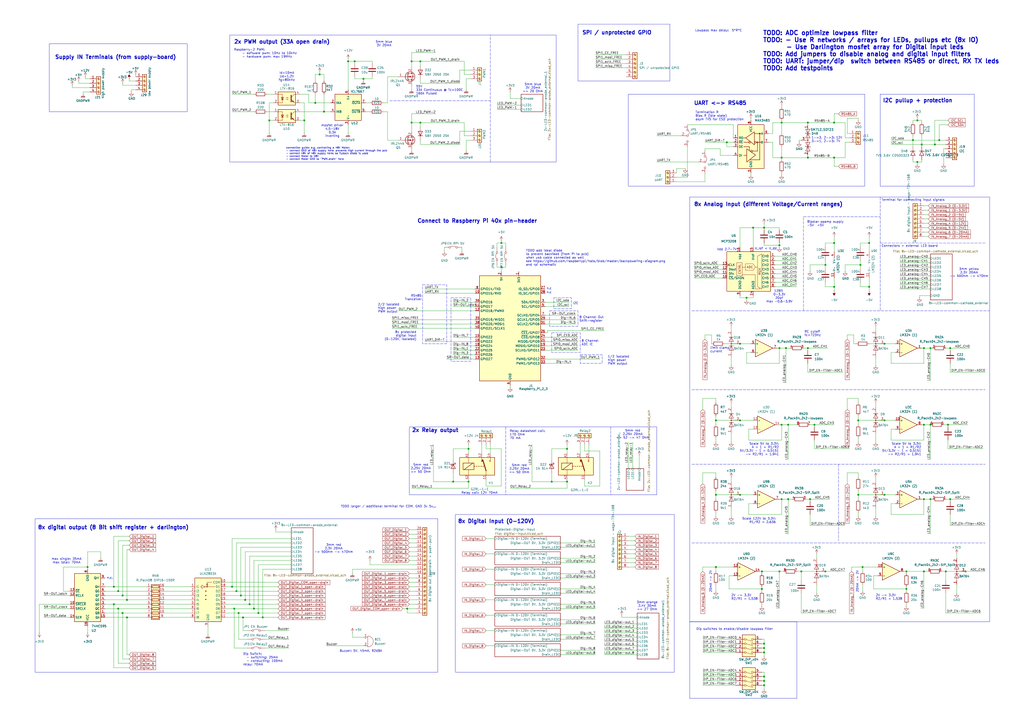
<source format=kicad_sch>
(kicad_sch
	(version 20231120)
	(generator "eeschema")
	(generator_version "8.0")
	(uuid "af4d11a6-73e1-4c39-a25e-5fe7dfa07237")
	(paper "A2")
	
	(junction
		(at 139.7 345.44)
		(diameter 0)
		(color 0 0 0 0)
		(uuid "01a8e618-7e14-4882-9136-a12536116a47")
	)
	(junction
		(at 236.22 353.06)
		(diameter 0)
		(color 0 0 0 0)
		(uuid "01c225b5-cd2c-42cd-9a9e-dd1eb69e7a46")
	)
	(junction
		(at 135.89 353.06)
		(diameter 0)
		(color 0 0 0 0)
		(uuid "05eca1c0-0042-44d8-82a8-b1f48175c33d")
	)
	(junction
		(at 483.87 91.44)
		(diameter 0)
		(color 0 0 0 0)
		(uuid "06f335d7-63de-4572-a20a-022b6c7f93c9")
	)
	(junction
		(at 542.29 83.82)
		(diameter 0)
		(color 0 0 0 0)
		(uuid "072c8fc6-89d0-4715-8ea4-dd9134761f17")
	)
	(junction
		(at 529.59 81.28)
		(diameter 0)
		(color 0 0 0 0)
		(uuid "07823899-5798-4592-8eff-8b1fe5858f30")
	)
	(junction
		(at 182.88 59.69)
		(diameter 0)
		(color 0 0 0 0)
		(uuid "0eedc99b-ff42-4961-8286-6066dee5c8fe")
	)
	(junction
		(at 504.19 140.97)
		(diameter 0)
		(color 0 0 0 0)
		(uuid "0f3fa599-affa-44c6-8b85-24ce12db14ea")
	)
	(junction
		(at 66.04 340.36)
		(diameter 0)
		(color 0 0 0 0)
		(uuid "10026633-9ac7-4b72-aa53-10151f42da81")
	)
	(junction
		(at 176.53 69.85)
		(diameter 0)
		(color 0 0 0 0)
		(uuid "11580b8b-6675-41d3-b33d-e1ed958eda93")
	)
	(junction
		(at 152.4 358.14)
		(diameter 0)
		(color 0 0 0 0)
		(uuid "119c3b35-4b9f-4318-9220-02559deba15e")
	)
	(junction
		(at 185.42 43.18)
		(diameter 0)
		(color 0 0 0 0)
		(uuid "14ee932b-b4bf-415b-ab21-01e0b930417b")
	)
	(junction
		(at 513.08 243.84)
		(diameter 0)
		(color 0 0 0 0)
		(uuid "14fcd33f-6a27-4b5c-bd8a-16602ae94ce3")
	)
	(junction
		(at 468.63 71.12)
		(diameter 0)
		(color 0 0 0 0)
		(uuid "1827b75e-5515-4844-a399-117e6918fd73")
	)
	(junction
		(at 532.13 93.98)
		(diameter 0)
		(color 0 0 0 0)
		(uuid "1c476741-4a7f-44e7-a84a-5b0fc50d1df8")
	)
	(junction
		(at 483.87 166.37)
		(diameter 0)
		(color 0 0 0 0)
		(uuid "1f83392c-f6f4-4c47-92c7-6541609902a5")
	)
	(junction
		(at 504.19 166.37)
		(diameter 0)
		(color 0 0 0 0)
		(uuid "1ff1815a-ddb0-4907-bed1-18b8fe5665e3")
	)
	(junction
		(at 457.2 246.38)
		(diameter 0)
		(color 0 0 0 0)
		(uuid "209182a8-b4b9-40cd-b5b2-bd90b860e927")
	)
	(junction
		(at 271.78 260.35)
		(diameter 0)
		(color 0 0 0 0)
		(uuid "213f96fc-26d9-4cf1-83bd-f4336ef00b81")
	)
	(junction
		(at 320.04 279.4)
		(diameter 0)
		(color 0 0 0 0)
		(uuid "236f3f4e-76e9-4351-baf1-7665cdb427aa")
	)
	(junction
		(at 144.78 350.52)
		(diameter 0)
		(color 0 0 0 0)
		(uuid "24719f92-8210-4aa7-b4fb-885fcf560860")
	)
	(junction
		(at 238.76 35.56)
		(diameter 0)
		(color 0 0 0 0)
		(uuid "2a544a35-89e9-4403-a76e-deca404b0df4")
	)
	(junction
		(at 453.39 71.12)
		(diameter 0)
		(color 0 0 0 0)
		(uuid "2d47b40e-d23f-458b-8bda-f40f4a63d16c")
	)
	(junction
		(at 457.2 289.56)
		(diameter 0)
		(color 0 0 0 0)
		(uuid "2ec783c1-8b84-46a4-83e0-9e6bdd9d83e1")
	)
	(junction
		(at 415.29 287.02)
		(diameter 0)
		(color 0 0 0 0)
		(uuid "2f3e2706-66a2-4ddc-84d7-d0f87e408bee")
	)
	(junction
		(at 429.26 199.39)
		(diameter 0)
		(color 0 0 0 0)
		(uuid "322a1d28-d972-4b68-a81b-9e541f249074")
	)
	(junction
		(at 535.94 246.38)
		(diameter 0)
		(color 0 0 0 0)
		(uuid "3ae78f7f-94a6-4485-a6b5-d7ce73e1abef")
	)
	(junction
		(at 513.08 199.39)
		(diameter 0)
		(color 0 0 0 0)
		(uuid "3b4b0fd5-c991-4a1b-b89c-c6b2bfe001ca")
	)
	(junction
		(at 50.8 328.93)
		(diameter 0)
		(color 0 0 0 0)
		(uuid "3c754c5e-b249-46c4-9d05-9f550316aca5")
	)
	(junction
		(at 290.83 154.94)
		(diameter 0)
		(color 0 0 0 0)
		(uuid "401df33a-bfc8-4102-a832-13b9d72f27f9")
	)
	(junction
		(at 443.23 132.08)
		(diameter 0)
		(color 0 0 0 0)
		(uuid "42f8f2a2-d4f1-4f85-a7f3-af76fd15f334")
	)
	(junction
		(at 535.94 201.93)
		(diameter 0)
		(color 0 0 0 0)
		(uuid "4c28afa4-cb18-4457-bfd3-5c53dabd8baa")
	)
	(junction
		(at 66.04 350.52)
		(diameter 0)
		(color 0 0 0 0)
		(uuid "4dd49bce-72c0-4885-aaa1-4fc2ceee5ed9")
	)
	(junction
		(at 433.07 172.72)
		(diameter 0)
		(color 0 0 0 0)
		(uuid "4e57230f-aabe-47d0-b863-f2adc3d1ffe4")
	)
	(junction
		(at 551.18 289.56)
		(diameter 0)
		(color 0 0 0 0)
		(uuid "5350fbf4-d95b-437a-9686-20f0bf58d3a4")
	)
	(junction
		(at 534.67 83.82)
		(diameter 0)
		(color 0 0 0 0)
		(uuid "53d66afe-70cb-456e-9b1b-03e37a30427c")
	)
	(junction
		(at 535.94 289.56)
		(diameter 0)
		(color 0 0 0 0)
		(uuid "5453c15f-3da7-498f-b4d4-eefd4a32800e")
	)
	(junction
		(at 478.79 153.67)
		(diameter 0)
		(color 0 0 0 0)
		(uuid "55a82554-799d-4bb3-8181-718182c3900f")
	)
	(junction
		(at 497.84 243.84)
		(diameter 0)
		(color 0 0 0 0)
		(uuid "57a339c8-b411-45ff-a169-a3416d23d890")
	)
	(junction
		(at 328.93 279.4)
		(diameter 0)
		(color 0 0 0 0)
		(uuid "58641e9a-dfea-4a17-a599-d3f20704b922")
	)
	(junction
		(at 535.94 331.47)
		(diameter 0)
		(color 0 0 0 0)
		(uuid "5ebeab69-b597-43d2-ab3a-c72fec21131d")
	)
	(junction
		(at 500.38 328.93)
		(diameter 0)
		(color 0 0 0 0)
		(uuid "5fbe9979-8f7b-4932-9184-a4d03c15d4fe")
	)
	(junction
		(at 472.44 246.38)
		(diameter 0)
		(color 0 0 0 0)
		(uuid "5fd46808-879e-44b8-af18-96d3e87ab16f")
	)
	(junction
		(at 532.13 69.85)
		(diameter 0)
		(color 0 0 0 0)
		(uuid "60649139-4bdd-472e-9af5-360b27505cfe")
	)
	(junction
		(at 525.78 331.47)
		(diameter 0)
		(color 0 0 0 0)
		(uuid "67352b46-f9e5-4f25-b773-3d42ff5e5699")
	)
	(junction
		(at 415.29 328.93)
		(diameter 0)
		(color 0 0 0 0)
		(uuid "6e2b59ba-643e-42d5-abe7-fae3afd30e18")
	)
	(junction
		(at 201.93 35.56)
		(diameter 0)
		(color 0 0 0 0)
		(uuid "6f8dae14-e5bb-4ed3-8136-992dd6b276bb")
	)
	(junction
		(at 436.88 132.08)
		(diameter 0)
		(color 0 0 0 0)
		(uuid "71c80c36-cea0-487c-bcb3-ac90e6cf6909")
	)
	(junction
		(at 497.84 287.02)
		(diameter 0)
		(color 0 0 0 0)
		(uuid "72cd6455-fb65-4b52-8421-80100f0ddc8f")
	)
	(junction
		(at 68.58 342.9)
		(diameter 0)
		(color 0 0 0 0)
		(uuid "751fb691-f4d4-4afb-8c99-237d44216e6a")
	)
	(junction
		(at 142.24 347.98)
		(diameter 0)
		(color 0 0 0 0)
		(uuid "75331210-328d-4b01-a051-ab734c1e4329")
	)
	(junction
		(at 452.12 142.24)
		(diameter 0)
		(color 0 0 0 0)
		(uuid "7b6a19d9-d84c-4ace-9ad2-e52657e5669a")
	)
	(junction
		(at 539.75 201.93)
		(diameter 0)
		(color 0 0 0 0)
		(uuid "7c4690e7-c7bf-4226-a178-dc9e53dc51ed")
	)
	(junction
		(at 441.96 331.47)
		(diameter 0)
		(color 0 0 0 0)
		(uuid "7eee6ae0-e862-4cf5-a20a-077da3b5824a")
	)
	(junction
		(at 468.63 201.93)
		(diameter 0)
		(color 0 0 0 0)
		(uuid "85be4b5b-1dd3-4429-a51f-714f415e4cb3")
	)
	(junction
		(at 513.08 287.02)
		(diameter 0)
		(color 0 0 0 0)
		(uuid "86f80d78-9680-4044-9ea8-382a544e1180")
	)
	(junction
		(at 421.64 82.55)
		(diameter 0)
		(color 0 0 0 0)
		(uuid "8ba0df70-00b9-477d-a1d9-09e132e0196c")
	)
	(junction
		(at 499.11 153.67)
		(diameter 0)
		(color 0 0 0 0)
		(uuid "8e2b91a7-a806-46dd-8017-558f66a7d5aa")
	)
	(junction
		(at 205.74 35.56)
		(diameter 0)
		(color 0 0 0 0)
		(uuid "900094c6-ad82-42ce-b9e4-bbff1fbd4f7d")
	)
	(junction
		(at 539.75 246.38)
		(diameter 0)
		(color 0 0 0 0)
		(uuid "9857da2e-fa86-4979-a30f-81191067da5a")
	)
	(junction
		(at 443.23 373.38)
		(diameter 0)
		(color 0 0 0 0)
		(uuid "98c11e17-da75-489b-919d-abd5b90d75d6")
	)
	(junction
		(at 443.23 397.51)
		(diameter 0)
		(color 0 0 0 0)
		(uuid "9905ae76-43d5-46fd-ab04-63b3bd0b1c1a")
	)
	(junction
		(at 525.78 341.63)
		(diameter 0)
		(color 0 0 0 0)
		(uuid "9f9cd4a1-53b7-4b90-939d-1f42f0144daf")
	)
	(junction
		(at 71.12 345.44)
		(diameter 0)
		(color 0 0 0 0)
		(uuid "a02a0c35-7237-4690-930d-ae7d81a03d46")
	)
	(junction
		(at 429.26 287.02)
		(diameter 0)
		(color 0 0 0 0)
		(uuid "a0fb1850-0f46-4c36-b798-547b535c42df")
	)
	(junction
		(at 156.21 69.85)
		(diameter 0)
		(color 0 0 0 0)
		(uuid "a156600e-b17b-40ee-9338-2875dd6af119")
	)
	(junction
		(at 443.23 378.46)
		(diameter 0)
		(color 0 0 0 0)
		(uuid "a2aaf358-b70a-40ed-8891-c2b838783341")
	)
	(junction
		(at 539.75 289.56)
		(diameter 0)
		(color 0 0 0 0)
		(uuid "a647ae42-673a-4b30-ba91-f5c0de2d1fb1")
	)
	(junction
		(at 415.29 243.84)
		(diameter 0)
		(color 0 0 0 0)
		(uuid "a8916f2a-3760-4408-a711-e8008e50a42d")
	)
	(junction
		(at 469.9 289.56)
		(diameter 0)
		(color 0 0 0 0)
		(uuid "a8b20a5e-2fbe-4704-8e22-2faf27846df8")
	)
	(junction
		(at 549.91 246.38)
		(diameter 0)
		(color 0 0 0 0)
		(uuid "aad29792-d123-4844-9da8-1df2be24a9d5")
	)
	(junction
		(at 262.89 279.4)
		(diameter 0)
		(color 0 0 0 0)
		(uuid "ac1970be-fc9a-493a-b832-4f526b5d8a6f")
	)
	(junction
		(at 544.83 81.28)
		(diameter 0)
		(color 0 0 0 0)
		(uuid "ac4ac232-9a0f-4efe-bd40-aa7c1fcbaeed")
	)
	(junction
		(at 140.97 358.14)
		(diameter 0)
		(color 0 0 0 0)
		(uuid "b03b65c9-d63a-4b4e-b4bc-bfd5bb85047b")
	)
	(junction
		(at 137.16 342.9)
		(diameter 0)
		(color 0 0 0 0)
		(uuid "b2e04b3a-0203-4e9b-b5fb-44711c9651f5")
	)
	(junction
		(at 210.82 45.72)
		(diameter 0)
		(color 0 0 0 0)
		(uuid "b650fb0f-f91e-4bab-945c-20253961cf93")
	)
	(junction
		(at 483.87 71.12)
		(diameter 0)
		(color 0 0 0 0)
		(uuid "b75f83a7-ff43-422c-8aef-b23c65dc9f58")
	)
	(junction
		(at 429.26 243.84)
		(diameter 0)
		(color 0 0 0 0)
		(uuid "b8cbbf2c-6947-4c47-a76a-df98369a49e2")
	)
	(junction
		(at 441.96 341.63)
		(diameter 0)
		(color 0 0 0 0)
		(uuid "bc0e8895-a168-4b32-a3ae-032222041331")
	)
	(junction
		(at 290.83 140.97)
		(diameter 0)
		(color 0 0 0 0)
		(uuid "c141ea30-0a7b-45f8-a452-2c0244bcf9aa")
	)
	(junction
		(at 328.93 260.35)
		(diameter 0)
		(color 0 0 0 0)
		(uuid "c25e2208-2d4a-4a5d-b1b6-520bc7405c20")
	)
	(junction
		(at 71.12 355.6)
		(diameter 0)
		(color 0 0 0 0)
		(uuid "c2a7d60c-8406-4629-9f9f-20facc991908")
	)
	(junction
		(at 238.76 71.12)
		(diameter 0)
		(color 0 0 0 0)
		(uuid "c583ebaa-dbb1-42bf-9503-cd46d9d9c934")
	)
	(junction
		(at 464.82 331.47)
		(diameter 0)
		(color 0 0 0 0)
		(uuid "c6fd9455-a40f-495c-b522-dad68ccccb40")
	)
	(junction
		(at 68.58 353.06)
		(diameter 0)
		(color 0 0 0 0)
		(uuid "c7252f51-5593-44ea-9ef0-15644cb2b836")
	)
	(junction
		(at 478.79 331.47)
		(diameter 0)
		(color 0 0 0 0)
		(uuid "c7d2abe6-56ee-45d0-91ba-2bdad49697be")
	)
	(junction
		(at 551.18 201.93)
		(diameter 0)
		(color 0 0 0 0)
		(uuid "c9a1a788-271b-4313-91ac-1eb41a1be2d1")
	)
	(junction
		(at 73.66 347.98)
		(diameter 0)
		(color 0 0 0 0)
		(uuid "ca97fd06-a20b-4255-9402-c6f0775648c9")
	)
	(junction
		(at 560.07 331.47)
		(diameter 0)
		(color 0 0 0 0)
		(uuid "cb011434-a4b0-4556-a812-d331c49ca2c1")
	)
	(junction
		(at 149.86 355.6)
		(diameter 0)
		(color 0 0 0 0)
		(uuid "cdb7cae5-fc07-4bbc-8ee6-837fb3913bf1")
	)
	(junction
		(at 452.12 331.47)
		(diameter 0)
		(color 0 0 0 0)
		(uuid "d3002e4b-d3e1-40cc-9b8a-5d2c7334c6dd")
	)
	(junction
		(at 443.23 394.97)
		(diameter 0)
		(color 0 0 0 0)
		(uuid "d3c25f2f-519c-4e8a-bf2d-451e91de8263")
	)
	(junction
		(at 455.93 201.93)
		(diameter 0)
		(color 0 0 0 0)
		(uuid "d5958f52-db39-4d96-9f5c-46cc0e0a9c13")
	)
	(junction
		(at 468.63 91.44)
		(diameter 0)
		(color 0 0 0 0)
		(uuid "d5f0980c-b894-41c8-ad9a-99d84da95533")
	)
	(junction
		(at 243.84 71.12)
		(diameter 0)
		(color 0 0 0 0)
		(uuid "d7f6abff-a394-48b0-8295-d13e407a04cb")
	)
	(junction
		(at 483.87 140.97)
		(diameter 0)
		(color 0 0 0 0)
		(uuid "d8d7fb1f-bb4d-4c93-8aa7-905c20aefd85")
	)
	(junction
		(at 548.64 331.47)
		(diameter 0)
		(color 0 0 0 0)
		(uuid "dd672ca4-9aed-4510-a18a-eaf4c4b1b5b2")
	)
	(junction
		(at 443.23 392.43)
		(diameter 0)
		(color 0 0 0 0)
		(uuid "df62cb63-19fa-46f2-9a5a-93a304b5a69d")
	)
	(junction
		(at 453.39 246.38)
		(diameter 0)
		(color 0 0 0 0)
		(uuid "e06e2f01-d838-48f6-8efa-7e05b926ca29")
	)
	(junction
		(at 271.78 279.4)
		(diameter 0)
		(color 0 0 0 0)
		(uuid "e0fcc60c-adef-4503-b67d-31eec596d694")
	)
	(junction
		(at 147.32 353.06)
		(diameter 0)
		(color 0 0 0 0)
		(uuid "e3108376-7dad-4cc8-8861-63d384004879")
	)
	(junction
		(at 187.96 64.77)
		(diameter 0)
		(color 0 0 0 0)
		(uuid "e5b099e1-f557-4448-b3d0-b283fc211558")
	)
	(junction
		(at 134.62 340.36)
		(diameter 0)
		(color 0 0 0 0)
		(uuid "e5bd5461-5bb2-4b08-87c8-6e463ef8db0a")
	)
	(junction
		(at 243.84 35.56)
		(diameter 0)
		(color 0 0 0 0)
		(uuid "e8615103-e90c-4f75-b440-b8fad443ff1e")
	)
	(junction
		(at 453.39 91.44)
		(diameter 0)
		(color 0 0 0 0)
		(uuid "ed02a82a-9a4c-446b-b18a-c2e77fed11fa")
	)
	(junction
		(at 453.39 289.56)
		(diameter 0)
		(color 0 0 0 0)
		(uuid "ef6c709f-f6a8-4332-b336-2fc745163133")
	)
	(junction
		(at 443.23 375.92)
		(diameter 0)
		(color 0 0 0 0)
		(uuid "f4dadaf2-7795-4ea6-a683-80336635a387")
	)
	(junction
		(at 138.43 355.6)
		(diameter 0)
		(color 0 0 0 0)
		(uuid "fae7fc45-5150-4de6-9de8-a36ec31aa312")
	)
	(junction
		(at 452.12 201.93)
		(diameter 0)
		(color 0 0 0 0)
		(uuid "fbce1fdb-db5b-4f19-bbb5-0a9c27bcbc89")
	)
	(junction
		(at 73.66 358.14)
		(diameter 0)
		(color 0 0 0 0)
		(uuid "fcfc1728-3653-4623-b7b5-a4e4cd6811ba")
	)
	(wire
		(pts
			(xy 452.12 140.97) (xy 452.12 142.24)
		)
		(stroke
			(width 0)
			(type default)
		)
		(uuid "0054231e-6c1c-4b62-a261-da803b448710")
	)
	(wire
		(pts
			(xy 350.52 364.49) (xy 369.57 364.49)
		)
		(stroke
			(width 0)
			(type default)
		)
		(uuid "0059a5bd-5d4e-41f1-b8bf-105e91bea211")
	)
	(wire
		(pts
			(xy 492.76 260.35) (xy 472.44 260.35)
		)
		(stroke
			(width 0)
			(type default)
		)
		(uuid "007352d0-4393-4d19-8efc-d51e28cb77e4")
	)
	(wire
		(pts
			(xy 237.49 320.04) (xy 241.3 320.04)
		)
		(stroke
			(width 0)
			(type default)
		)
		(uuid "00818073-0ff6-4df9-84ad-d009831f149e")
	)
	(wire
		(pts
			(xy 173.99 64.77) (xy 187.96 64.77)
		)
		(stroke
			(width 0)
			(type default)
		)
		(uuid "00912cef-7458-4250-9601-851325c17234")
	)
	(wire
		(pts
			(xy 173.99 54.61) (xy 179.07 54.61)
		)
		(stroke
			(width 0)
			(type default)
		)
		(uuid "00e44004-c513-4de5-a722-c1ec9c261caa")
	)
	(wire
		(pts
			(xy 415.29 339.09) (xy 415.29 342.9)
		)
		(stroke
			(width 0)
			(type default)
		)
		(uuid "00ef2f56-37bd-4ed0-aeb9-aa019bd24e2f")
	)
	(wire
		(pts
			(xy 138.43 370.84) (xy 138.43 355.6)
		)
		(stroke
			(width 0)
			(type default)
		)
		(uuid "00fdba94-28e0-4b7e-a3f6-8468a273182f")
	)
	(wire
		(pts
			(xy 549.91 246.38) (xy 549.91 247.65)
		)
		(stroke
			(width 0)
			(type default)
		)
		(uuid "01a5f7f5-381b-4726-8886-b420b25ccedd")
	)
	(wire
		(pts
			(xy 130.81 353.06) (xy 135.89 353.06)
		)
		(stroke
			(width 0)
			(type default)
		)
		(uuid "01f70877-5d35-4473-8154-b32633fb4439")
	)
	(wire
		(pts
			(xy 201.93 35.56) (xy 205.74 35.56)
		)
		(stroke
			(width 0)
			(type default)
		)
		(uuid "02432959-10b0-4f2a-af2d-7311d5fec00d")
	)
	(wire
		(pts
			(xy 345.44 317.5) (xy 325.12 317.5)
		)
		(stroke
			(width 0)
			(type default)
		)
		(uuid "025ad35c-64b0-47a8-a900-f118fd03ec35")
	)
	(wire
		(pts
			(xy 288.29 154.94) (xy 290.83 154.94)
		)
		(stroke
			(width 0)
			(type default)
		)
		(uuid "02629f80-2850-40af-b117-d301cbd2e1ca")
	)
	(wire
		(pts
			(xy 533.4 171.45) (xy 539.75 171.45)
		)
		(stroke
			(width 0)
			(type default)
		)
		(uuid "02ca2bcb-dc3d-41b8-b3bb-d6980a38a62d")
	)
	(wire
		(pts
			(xy 50.8 330.2) (xy 50.8 328.93)
		)
		(stroke
			(width 0)
			(type default)
		)
		(uuid "02caf3da-4dfe-464a-bed0-55c975aa32ca")
	)
	(wire
		(pts
			(xy 483.87 137.16) (xy 483.87 140.97)
		)
		(stroke
			(width 0)
			(type default)
		)
		(uuid "02dea10a-f229-486d-876a-a071096eeead")
	)
	(wire
		(pts
			(xy 262.89 195.58) (xy 275.59 195.58)
		)
		(stroke
			(width 0)
			(type default)
		)
		(uuid "02f927d2-46f0-4067-bb2c-7b5ed625f8eb")
	)
	(wire
		(pts
			(xy 269.24 71.12) (xy 269.24 78.74)
		)
		(stroke
			(width 0)
			(type default)
		)
		(uuid "030da04f-bb6a-49d5-a07a-b1ac13ef0d2c")
	)
	(wire
		(pts
			(xy 513.08 287.02) (xy 519.43 287.02)
		)
		(stroke
			(width 0)
			(type default)
		)
		(uuid "0402a363-6ddc-4245-b79d-651ce5e2b849")
	)
	(wire
		(pts
			(xy 453.39 246.38) (xy 457.2 246.38)
		)
		(stroke
			(width 0)
			(type default)
		)
		(uuid "04304b2e-0c68-4a14-bbe0-0e23cac30e94")
	)
	(wire
		(pts
			(xy 288.29 63.5) (xy 302.26 63.5)
		)
		(stroke
			(width 0)
			(type default)
		)
		(uuid "0441f777-da59-4d51-9ce1-7f52d2030a3b")
	)
	(wire
		(pts
			(xy 529.59 71.12) (xy 529.59 69.85)
		)
		(stroke
			(width 0)
			(type default)
		)
		(uuid "0445f1c5-cbd7-41f2-81d5-6122602375c6")
	)
	(wire
		(pts
			(xy 560.07 331.47) (xy 571.5 331.47)
		)
		(stroke
			(width 0)
			(type default)
		)
		(uuid "044788d0-021d-486d-a9d3-fdae59027b7a")
	)
	(polyline
		(pts
			(xy 226.06 58.42) (xy 284.48 58.42)
		)
		(stroke
			(width 0)
			(type dash)
		)
		(uuid "0562829c-78ed-418e-bf83-3ad41711062d")
	)
	(wire
		(pts
			(xy 290.83 260.35) (xy 290.83 281.94)
		)
		(stroke
			(width 0)
			(type default)
		)
		(uuid "05769be8-6486-49a6-96aa-282d535c7d39")
	)
	(wire
		(pts
			(xy 429.26 143.51) (xy 429.26 132.08)
		)
		(stroke
			(width 0)
			(type default)
		)
		(uuid "05c7cccb-cca5-4623-97c8-040d9b4df307")
	)
	(wire
		(pts
			(xy 66.04 340.36) (xy 85.09 340.36)
		)
		(stroke
			(width 0)
			(type default)
		)
		(uuid "060a1e46-185f-46d5-bb25-4b502bfab042")
	)
	(wire
		(pts
			(xy 449.58 148.59) (xy 462.28 148.59)
		)
		(stroke
			(width 0)
			(type default)
		)
		(uuid "068083fa-fce7-43b5-8463-4f98840e7a26")
	)
	(wire
		(pts
			(xy 290.83 281.94) (xy 281.94 281.94)
		)
		(stroke
			(width 0)
			(type default)
		)
		(uuid "06a1b25e-5913-4cbd-a6dc-df54f02c3062")
	)
	(wire
		(pts
			(xy 316.23 182.88) (xy 334.01 182.88)
		)
		(stroke
			(width 0)
			(type default)
		)
		(uuid "06d6f191-9971-474b-b097-e0a1a133101e")
	)
	(wire
		(pts
			(xy 74.93 313.69) (xy 68.58 313.69)
		)
		(stroke
			(width 0)
			(type default)
		)
		(uuid "0768423a-ac1c-4f99-9532-7ef87789f549")
	)
	(wire
		(pts
			(xy 95.25 342.9) (xy 110.49 342.9)
		)
		(stroke
			(width 0)
			(type default)
		)
		(uuid "07df2798-ce49-4d2e-88d1-304e7370129e")
	)
	(wire
		(pts
			(xy 508 276.86) (xy 508 279.4)
		)
		(stroke
			(width 0)
			(type default)
		)
		(uuid "086ffce1-bece-47de-afff-a5272daa684c")
	)
	(wire
		(pts
			(xy 539.75 289.56) (xy 541.02 289.56)
		)
		(stroke
			(width 0)
			(type default)
		)
		(uuid "08d4afc6-7a52-4c48-90ea-de03339f3fec")
	)
	(wire
		(pts
			(xy 434.34 292.1) (xy 434.34 298.45)
		)
		(stroke
			(width 0)
			(type default)
		)
		(uuid "08da2754-5954-4cc6-88b7-c43418808a5f")
	)
	(wire
		(pts
			(xy 237.49 332.74) (xy 241.3 332.74)
		)
		(stroke
			(width 0)
			(type default)
		)
		(uuid "09105bff-0442-453e-b260-c98527da345d")
	)
	(wire
		(pts
			(xy 449.58 151.13) (xy 462.28 151.13)
		)
		(stroke
			(width 0)
			(type default)
		)
		(uuid "0932f8bf-1781-41f0-8075-3b7e84ddb5c7")
	)
	(wire
		(pts
			(xy 176.53 69.85) (xy 176.53 59.69)
		)
		(stroke
			(width 0)
			(type default)
		)
		(uuid "09c9e21f-8206-47ae-a9c8-c044bfbcae4a")
	)
	(wire
		(pts
			(xy 497.84 284.48) (xy 497.84 287.02)
		)
		(stroke
			(width 0)
			(type default)
		)
		(uuid "09d9a41a-af3c-4a91-ad4d-2c3b79cf9ec7")
	)
	(wire
		(pts
			(xy 50.8 367.03) (xy 50.8 363.22)
		)
		(stroke
			(width 0)
			(type default)
		)
		(uuid "0a051774-4cbb-4b66-bf37-8910fac947bb")
	)
	(wire
		(pts
			(xy 60.96 358.14) (xy 73.66 358.14)
		)
		(stroke
			(width 0)
			(type default)
		)
		(uuid "0aa33d96-2e44-4442-b63d-f8ede3d506ac")
	)
	(wire
		(pts
			(xy 491.49 68.58) (xy 491.49 77.47)
		)
		(stroke
			(width 0)
			(type default)
		)
		(uuid "0ac0da6d-7a79-4bb6-aac5-dbd7e02f6a35")
	)
	(wire
		(pts
			(xy 269.24 78.74) (xy 273.05 78.74)
		)
		(stroke
			(width 0)
			(type default)
		)
		(uuid "0af3e3f5-4871-4f0a-9b10-f4cd810203b5")
	)
	(wire
		(pts
			(xy 415.29 274.32) (xy 415.29 276.86)
		)
		(stroke
			(width 0)
			(type default)
		)
		(uuid "0b798a4e-ae38-46ca-9967-253a2656e0f1")
	)
	(wire
		(pts
			(xy 68.58 384.81) (xy 68.58 353.06)
		)
		(stroke
			(width 0)
			(type default)
		)
		(uuid "0d64bcbd-9b4c-4f6e-98d3-beab5b2606b6")
	)
	(wire
		(pts
			(xy 441.96 375.92) (xy 443.23 375.92)
		)
		(stroke
			(width 0)
			(type default)
		)
		(uuid "0ee3f252-7bb8-434b-aa8b-9caf2c52cf77")
	)
	(wire
		(pts
			(xy 497.84 243.84) (xy 497.84 246.38)
		)
		(stroke
			(width 0)
			(type default)
		)
		(uuid "0f4644b6-fa54-41ce-a769-bba1ac182829")
	)
	(wire
		(pts
			(xy 435.61 68.58) (xy 435.61 69.85)
		)
		(stroke
			(width 0)
			(type default)
		)
		(uuid "0fdad08b-4b60-4f92-976c-2a5e922013e0")
	)
	(wire
		(pts
			(xy 251.46 257.81) (xy 251.46 279.4)
		)
		(stroke
			(width 0)
			(type default)
		)
		(uuid "0fdb76a1-0d44-4ff6-a2d2-38a97251b0ec")
	)
	(wire
		(pts
			(xy 469.9 298.45) (xy 469.9 304.8)
		)
		(stroke
			(width 0)
			(type default)
		)
		(uuid "100c3ed1-15ce-439f-b56e-a20a33137ade")
	)
	(wire
		(pts
			(xy 491.49 274.32) (xy 497.84 274.32)
		)
		(stroke
			(width 0)
			(type default)
		)
		(uuid "10a6a44e-d783-4ce2-86b8-20bd8032d780")
	)
	(wire
		(pts
			(xy 262.89 203.2) (xy 275.59 203.2)
		)
		(stroke
			(width 0)
			(type default)
		)
		(uuid "10a757e5-89b9-4989-b591-35fa1e44e30a")
	)
	(wire
		(pts
			(xy 535.94 255.27) (xy 535.94 246.38)
		)
		(stroke
			(width 0)
			(type default)
		)
		(uuid "1103b789-e8a0-437b-b861-57f3bb0fe1fd")
	)
	(wire
		(pts
			(xy 316.23 185.42) (xy 334.01 185.42)
		)
		(stroke
			(width 0)
			(type default)
		)
		(uuid "119c66a0-9194-4112-8a35-c7ab420db9e3")
	)
	(wire
		(pts
			(xy 243.84 71.12) (xy 243.84 73.66)
		)
		(stroke
			(width 0)
			(type default)
		)
		(uuid "11c359c3-26fe-4117-8dcc-0f087608c0a4")
	)
	(wire
		(pts
			(xy 529.59 93.98) (xy 532.13 93.98)
		)
		(stroke
			(width 0)
			(type default)
		)
		(uuid "120cdc1a-687e-4eba-afd7-f1b2efe76e94")
	)
	(wire
		(pts
			(xy 368.3 326.39) (xy 364.49 326.39)
		)
		(stroke
			(width 0)
			(type default)
		)
		(uuid "1238accc-b1f4-495d-9555-1773ffdde48b")
	)
	(wire
		(pts
			(xy 407.67 231.14) (xy 415.29 231.14)
		)
		(stroke
			(width 0)
			(type default)
		)
		(uuid "1257bc49-635e-40d2-adbc-efdb0b93d729")
	)
	(wire
		(pts
			(xy 214.63 325.12) (xy 214.63 327.66)
		)
		(stroke
			(width 0)
			(type default)
		)
		(uuid "128be43b-7a70-49a5-988a-1e04db604812")
	)
	(wire
		(pts
			(xy 25.4 358.14) (xy 40.64 358.14)
		)
		(stroke
			(width 0)
			(type default)
		)
		(uuid "12a983d3-1186-4ca8-a60c-5c45001d78ec")
	)
	(wire
		(pts
			(xy 421.64 82.55) (xy 425.45 82.55)
		)
		(stroke
			(width 0)
			(type default)
		)
		(uuid "12d77e0a-5dcd-4dd0-8d7e-2bd92b3f4f23")
	)
	(wire
		(pts
			(xy 368.3 311.15) (xy 364.49 311.15)
		)
		(stroke
			(width 0)
			(type default)
		)
		(uuid "131e9cc7-fe99-45a7-b73f-6d1a85fbc334")
	)
	(wire
		(pts
			(xy 134.62 54.61) (xy 147.32 54.61)
		)
		(stroke
			(width 0)
			(type default)
		)
		(uuid "13498381-d22d-4321-8dae-bb4e3470f921")
	)
	(wire
		(pts
			(xy 534.67 93.98) (xy 534.67 92.71)
		)
		(stroke
			(width 0)
			(type default)
		)
		(uuid "135d3430-334d-4aef-a7e9-ae49e108ebcb")
	)
	(wire
		(pts
			(xy 443.23 397.51) (xy 443.23 400.05)
		)
		(stroke
			(width 0)
			(type default)
		)
		(uuid "145b0ef9-36fd-4dad-a321-b9924e4bdd47")
	)
	(wire
		(pts
			(xy 443.23 142.24) (xy 452.12 142.24)
		)
		(stroke
			(width 0)
			(type default)
		)
		(uuid "14e2a1f5-5ec8-44d4-8c05-ee4cab2bd0fb")
	)
	(wire
		(pts
			(xy 535.94 132.08) (xy 538.48 132.08)
		)
		(stroke
			(width 0)
			(type default)
		)
		(uuid "14f8bc70-e152-47b8-b5b7-589734aa4ea8")
	)
	(wire
		(pts
			(xy 455.93 201.93) (xy 458.47 201.93)
		)
		(stroke
			(width 0)
			(type default)
		)
		(uuid "15621219-290f-410b-a757-cdd9d2345727")
	)
	(wire
		(pts
			(xy 521.97 154.94) (xy 539.75 154.94)
		)
		(stroke
			(width 0)
			(type default)
		)
		(uuid "15a95d69-ac4a-45ca-b8f6-2b9c3ce3b134")
	)
	(wire
		(pts
			(xy 441.96 331.47) (xy 441.96 332.74)
		)
		(stroke
			(width 0)
			(type default)
		)
		(uuid "1650821f-6f72-4ef4-81aa-36ef4033d5a7")
	)
	(wire
		(pts
			(xy 533.4 171.45) (xy 533.4 172.72)
		)
		(stroke
			(width 0)
			(type default)
		)
		(uuid "17ab037c-9d54-480e-9ede-6b5741f81bf6")
	)
	(wire
		(pts
			(xy 452.12 210.82) (xy 452.12 201.93)
		)
		(stroke
			(width 0)
			(type default)
		)
		(uuid "17bbe78c-8ffb-4b23-9f87-29b2d98865bc")
	)
	(wire
		(pts
			(xy 95.25 353.06) (xy 110.49 353.06)
		)
		(stroke
			(width 0)
			(type default)
		)
		(uuid "17e11a50-385e-432f-900e-6b2e29947238")
	)
	(wire
		(pts
			(xy 429.26 287.02) (xy 436.88 287.02)
		)
		(stroke
			(width 0)
			(type default)
		)
		(uuid "18288614-a31d-42ef-8d12-5035b84b8786")
	)
	(wire
		(pts
			(xy 504.19 166.37) (xy 504.19 168.91)
		)
		(stroke
			(width 0)
			(type default)
		)
		(uuid "1891167f-bd6f-432d-97cc-8252524b20bd")
	)
	(wire
		(pts
			(xy 469.9 157.48) (xy 469.9 153.67)
		)
		(stroke
			(width 0)
			(type default)
		)
		(uuid "18b8ce0d-37b1-47d6-af97-694ae6d71fcc")
	)
	(wire
		(pts
			(xy 231.14 180.34) (xy 275.59 180.34)
		)
		(stroke
			(width 0)
			(type default)
		)
		(uuid "18bd5913-41be-4769-8641-d6823b668dd5")
	)
	(wire
		(pts
			(xy 417.83 90.17) (xy 425.45 90.17)
		)
		(stroke
			(width 0)
			(type default)
		)
		(uuid "18c8362d-d145-4a1a-8e42-fff3de7b5585")
	)
	(wire
		(pts
			(xy 205.74 36.83) (xy 205.74 35.56)
		)
		(stroke
			(width 0)
			(type default)
		)
		(uuid "18dc0aef-b3db-4808-8839-8af1912155b4")
	)
	(wire
		(pts
			(xy 425.45 72.39) (xy 425.45 80.01)
		)
		(stroke
			(width 0)
			(type default)
		)
		(uuid "196e8239-09f4-4868-a2a2-c496e530147a")
	)
	(wire
		(pts
			(xy 455.93 201.93) (xy 455.93 222.25)
		)
		(stroke
			(width 0)
			(type default)
		)
		(uuid "19b51e1c-f57e-4764-b3c0-bb93f31043c2")
	)
	(wire
		(pts
			(xy 436.88 248.92) (xy 434.34 248.92)
		)
		(stroke
			(width 0)
			(type default)
		)
		(uuid "1a9d8fbd-579f-424a-9e77-5087a207aaee")
	)
	(wire
		(pts
			(xy 452.12 246.38) (xy 453.39 246.38)
		)
		(stroke
			(width 0)
			(type default)
		)
		(uuid "1aa8f332-c29d-4eb2-9746-0ba21528bbb1")
	)
	(wire
		(pts
			(xy 548.64 331.47) (xy 560.07 331.47)
		)
		(stroke
			(width 0)
			(type default)
		)
		(uuid "1b61ec39-a1f0-4ae9-998a-52f9c8a37aff")
	)
	(wire
		(pts
			(xy 71.12 345.44) (xy 85.09 345.44)
		)
		(stroke
			(width 0)
			(type default)
		)
		(uuid "1b7db8ef-e462-40ed-856c-eba3332fba95")
	)
	(wire
		(pts
			(xy 130.81 337.82) (xy 161.29 337.82)
		)
		(stroke
			(width 0)
			(type default)
		)
		(uuid "1b94c1e7-6993-4274-96f6-cad4ff032714")
	)
	(wire
		(pts
			(xy 290.83 140.97) (xy 293.37 140.97)
		)
		(stroke
			(width 0)
			(type default)
		)
		(uuid "1bcd03f6-697c-4d8f-a699-3f0c0207f087")
	)
	(wire
		(pts
			(xy 415.29 297.18) (xy 415.29 299.72)
		)
		(stroke
			(width 0)
			(type default)
		)
		(uuid "1cd423c6-1734-4ded-95b9-a2f47a1cdd8c")
	)
	(wire
		(pts
			(xy 251.46 279.4) (xy 262.89 279.4)
		)
		(stroke
			(width 0)
			(type default)
		)
		(uuid "1d3d64b3-6f1d-4f1a-ae88-95cfc9beaf80")
	)
	(wire
		(pts
			(xy 325.12 350.52) (xy 345.44 350.52)
		)
		(stroke
			(width 0)
			(type default)
		)
		(uuid "1d63371b-b18c-4c68-a193-5ab28dd79cb9")
	)
	(wire
		(pts
			(xy 281.94 365.76) (xy 287.02 365.76)
		)
		(stroke
			(width 0)
			(type default)
		)
		(uuid "1d7795af-a4ef-4ce8-83de-15241c71be52")
	)
	(wire
		(pts
			(xy 137.16 314.96) (xy 137.16 342.9)
		)
		(stroke
			(width 0)
			(type default)
		)
		(uuid "1d84ddc9-03e2-4cd3-891d-0bb88a36b9c5")
	)
	(wire
		(pts
			(xy 320.04 279.4) (xy 328.93 279.4)
		)
		(stroke
			(width 0)
			(type default)
		)
		(uuid "1d938c29-453c-4c11-a7b3-24d1eceeb21c")
	)
	(wire
		(pts
			(xy 519.43 292.1) (xy 516.89 292.1)
		)
		(stroke
			(width 0)
			(type default)
		)
		(uuid "1e53379a-7223-42df-9e45-4a73eb6eeb8b")
	)
	(wire
		(pts
			(xy 153.67 375.92) (xy 167.64 375.92)
		)
		(stroke
			(width 0)
			(type default)
		)
		(uuid "1e6708ef-f728-47ee-bfe7-d731bdb78fc0")
	)
	(wire
		(pts
			(xy 425.45 85.09) (xy 421.64 85.09)
		)
		(stroke
			(width 0)
			(type default)
		)
		(uuid "1f2e0a71-74c6-4f5b-8f6e-0928e52c3053")
	)
	(wire
		(pts
			(xy 483.87 140.97) (xy 483.87 146.05)
		)
		(stroke
			(width 0)
			(type default)
		)
		(uuid "1f3964e0-df4e-407d-9cd6-6018573bdbfc")
	)
	(wire
		(pts
			(xy 270.51 87.63) (xy 270.51 81.28)
		)
		(stroke
			(width 0)
			(type default)
		)
		(uuid "1f5eb84e-983f-4bff-b5f2-fd1c10fe8bc9")
	)
	(wire
		(pts
			(xy 288.29 143.51) (xy 288.29 140.97)
		)
		(stroke
			(width 0)
			(type default)
		)
		(uuid "1f804f00-dc93-49fd-bf4b-a41baf5edb74")
	)
	(wire
		(pts
			(xy 25.4 345.44) (xy 40.64 345.44)
		)
		(stroke
			(width 0)
			(type default)
		)
		(uuid "20fb024a-f73d-48d4-b683-4d3f4306bcb3")
	)
	(wire
		(pts
			(xy 293.37 154.94) (xy 293.37 153.67)
		)
		(stroke
			(width 0)
			(type default)
		)
		(uuid "21aa734c-1279-4ade-9d31-7ca0417c0584")
	)
	(wire
		(pts
			(xy 499.11 143.51) (xy 499.11 140.97)
		)
		(stroke
			(width 0)
			(type default)
		)
		(uuid "21f5c7f9-000d-407c-b98e-c3c4a5209fce")
	)
	(wire
		(pts
			(xy 368.3 316.23) (xy 364.49 316.23)
		)
		(stroke
			(width 0)
			(type default)
		)
		(uuid "22195cc0-17f0-46e0-a3b8-679fd9147be0")
	)
	(wire
		(pts
			(xy 532.13 93.98) (xy 532.13 95.25)
		)
		(stroke
			(width 0)
			(type default)
		)
		(uuid "2223e017-a774-40d9-bc46-f97370239c67")
	)
	(wire
		(pts
			(xy 363.22 36.83) (xy 345.44 36.83)
		)
		(stroke
			(width 0)
			(type default)
		)
		(uuid "22c3eadf-c3aa-4d62-867a-edb679c24ba6")
	)
	(wire
		(pts
			(xy 473.71 321.31) (xy 473.71 323.85)
		)
		(stroke
			(width 0)
			(type default)
		)
		(uuid "22e77f1c-cbb0-4ce3-88da-24f3c710ae2c")
	)
	(wire
		(pts
			(xy 450.85 201.93) (xy 452.12 201.93)
		)
		(stroke
			(width 0)
			(type default)
		)
		(uuid "22ff23b7-227d-447e-bfda-59d80156c622")
	)
	(wire
		(pts
			(xy 571.5 304.8) (xy 551.18 304.8)
		)
		(stroke
			(width 0)
			(type default)
		)
		(uuid "2374c116-b0cd-4e94-bcd9-61bfdeb77685")
	)
	(wire
		(pts
			(xy 452.12 331.47) (xy 454.66 331.47)
		)
		(stroke
			(width 0)
			(type default)
		)
		(uuid "2392ddaa-67fc-438c-9dc7-1394f930cad1")
	)
	(wire
		(pts
			(xy 524.51 331.47) (xy 525.78 331.47)
		)
		(stroke
			(width 0)
			(type default)
		)
		(uuid "247e635b-6054-4992-9b2a-c3136448ced3")
	)
	(wire
		(pts
			(xy 339.09 281.94) (xy 339.09 278.13)
		)
		(stroke
			(width 0)
			(type default)
		)
		(uuid "2490bfb8-684b-4f8a-843c-f2990ff6742b")
	)
	(wire
		(pts
			(xy 449.58 156.21) (xy 462.28 156.21)
		)
		(stroke
			(width 0)
			(type default)
		)
		(uuid "24b8cd11-ef80-4755-84b3-4ab2650e79e8")
	)
	(wire
		(pts
			(xy 270.51 52.07) (xy 270.51 45.72)
		)
		(stroke
			(width 0)
			(type default)
		)
		(uuid "250c1fa7-ac95-441b-9fe6-ff782220d804")
	)
	(wire
		(pts
			(xy 408.94 194.31) (xy 412.75 194.31)
		)
		(stroke
			(width 0)
			(type default)
		)
		(uuid "254268d1-5d46-45d7-a31c-0a0243f94365")
	)
	(wire
		(pts
			(xy 478.79 140.97) (xy 483.87 140.97)
		)
		(stroke
			(width 0)
			(type default)
		)
		(uuid "266f8fdf-b849-49f6-955e-3ece423e2993")
	)
	(wire
		(pts
			(xy 486.41 66.04) (xy 483.87 66.04)
		)
		(stroke
			(width 0)
			(type default)
		)
		(uuid "2708f401-b37d-4538-9fc8-ac74cddafa38")
	)
	(wire
		(pts
			(xy 469.9 289.56) (xy 481.33 289.56)
		)
		(stroke
			(width 0)
			(type default)
		)
		(uuid "2710c34f-8200-4ad0-9168-3834a857ee98")
	)
	(wire
		(pts
			(xy 345.44 326.39) (xy 325.12 326.39)
		)
		(stroke
			(width 0)
			(type default)
		)
		(uuid "28020f13-79ec-4325-b955-1769c6a8d30f")
	)
	(wire
		(pts
			(xy 238.76 71.12) (xy 238.76 76.2)
		)
		(stroke
			(width 0)
			(type default)
		)
		(uuid "28a7e3ae-ec0f-4c85-8d6e-255f33033320")
	)
	(wire
		(pts
			(xy 328.93 279.4) (xy 328.93 283.21)
		)
		(stroke
			(width 0)
			(type default)
		)
		(uuid "28c66b86-4c26-48b2-bae4-c33e153ea612")
	)
	(wire
		(pts
			(xy 408.94 105.41) (xy 408.94 100.33)
		)
		(stroke
			(width 0)
			(type default)
		)
		(uuid "29a15a6b-4cc5-4520-9bbf-31f0101195ff")
	)
	(wire
		(pts
			(xy 497.84 297.18) (xy 497.84 299.72)
		)
		(stroke
			(width 0)
			(type default)
		)
		(uuid "29a84df5-a401-472c-b970-3e9ceb118392")
	)
	(wire
		(pts
			(xy 156.21 69.85) (xy 158.75 69.85)
		)
		(stroke
			(width 0)
			(type default)
		)
		(uuid "2a2f8130-b0d1-4884-80e9-c078f5f54573")
	)
	(wire
		(pts
			(xy 336.55 257.81) (xy 336.55 262.89)
		)
		(stroke
			(width 0)
			(type default)
		)
		(uuid "2a8c1952-8f9d-42f7-947d-72373a2187bc")
	)
	(wire
		(pts
			(xy 551.18 210.82) (xy 551.18 215.9)
		)
		(stroke
			(width 0)
			(type default)
		)
		(uuid "2b3833aa-74cb-4dd6-baa5-e5fa35654c53")
	)
	(wire
		(pts
			(xy 497.84 69.85) (xy 497.84 68.58)
		)
		(stroke
			(width 0)
			(type default)
		)
		(uuid "2b7af849-de1e-4ac0-b3de-94224358ddef")
	)
	(wire
		(pts
			(xy 433.07 172.72) (xy 436.88 172.72)
		)
		(stroke
			(width 0)
			(type default)
		)
		(uuid "2b9ccaa2-a7a6-40a8-9a8d-c15a845f981b")
	)
	(wire
		(pts
			(xy 237.49 342.9) (xy 241.3 342.9)
		)
		(stroke
			(width 0)
			(type default)
		)
		(uuid "2bf73ebd-d57b-4ce9-a442-e999e061e919")
	)
	(wire
		(pts
			(xy 516.89 81.28) (xy 529.59 81.28)
		)
		(stroke
			(width 0)
			(type default)
		)
		(uuid "2c0042ab-151e-4655-b1f0-c935d19e9c45")
	)
	(wire
		(pts
			(xy 483.87 71.12) (xy 490.22 71.12)
		)
		(stroke
			(width 0)
			(type default)
		)
		(uuid "2c4ad7f0-8645-4884-a548-d0686e60729d")
	)
	(wire
		(pts
			(xy 328.93 260.35) (xy 328.93 262.89)
		)
		(stroke
			(width 0)
			(type default)
		)
		(uuid "2cb2e63a-5478-435a-afe4-47b642166711")
	)
	(wire
		(pts
			(xy 179.07 59.69) (xy 182.88 59.69)
		)
		(stroke
			(width 0)
			(type default)
		)
		(uuid "2cec30c5-0957-48e9-a4ee-c40a5b3cee48")
	)
	(wire
		(pts
			(xy 130.81 347.98) (xy 142.24 347.98)
		)
		(stroke
			(width 0)
			(type default)
		)
		(uuid "2d1f3135-5bd8-4bb0-8f82-b5beb15ddc91")
	)
	(wire
		(pts
			(xy 448.31 77.47) (xy 448.31 71.12)
		)
		(stroke
			(width 0)
			(type default)
		)
		(uuid "2d3c874d-de1e-4bbf-80b6-5e6ffa06625a")
	)
	(wire
		(pts
			(xy 491.49 280.67) (xy 491.49 274.32)
		)
		(stroke
			(width 0)
			(type default)
		)
		(uuid "2d56b79e-7b91-4b8e-8329-96f2260d2f2a")
	)
	(wire
		(pts
			(xy 76.2 52.07) (xy 78.74 52.07)
		)
		(stroke
			(width 0)
			(type default)
		)
		(uuid "2da464ea-fef1-42bc-b8fd-54f2b8d899fc")
	)
	(wire
		(pts
			(xy 295.91 223.52) (xy 295.91 224.79)
		)
		(stroke
			(width 0)
			(type default)
		)
		(uuid "2da67416-80ed-41f3-b8a4-d331451071aa")
	)
	(wire
		(pts
			(xy 317.5 191.77) (xy 317.5 193.04)
		)
		(stroke
			(width 0)
			(type default)
		)
		(uuid "2de6cee3-ba04-44f6-b491-492d4c257dd1")
	)
	(wire
		(pts
			(xy 140.97 365.76) (xy 140.97 358.14)
		)
		(stroke
			(width 0)
			(type default)
		)
		(uuid "2e1223f5-4bd1-4f8a-b9ef-254529088145")
	)
	(wire
		(pts
			(xy 548.64 344.17) (xy 548.64 355.6)
		)
		(stroke
			(width 0)
			(type default)
		)
		(uuid "2e887ad7-d74b-4acb-b2f5-4dbcb1c04aba")
	)
	(wire
		(pts
			(xy 516.89 255.27) (xy 535.94 255.27)
		)
		(stroke
			(width 0)
			(type default)
		)
		(uuid "2e913d89-0bf3-42a5-a34a-265d2fc19a50")
	)
	(wire
		(pts
			(xy 445.77 77.47) (xy 448.31 77.47)
		)
		(stroke
			(width 0)
			(type default)
		)
		(uuid "2eef7b19-8402-4e3b-9010-5ba861eda6cd")
	)
	(wire
		(pts
			(xy 453.39 60.96) (xy 453.39 62.23)
		)
		(stroke
			(width 0)
			(type default)
		)
		(uuid "2f672a62-aeac-46af-998e-e4ff4d999991")
	)
	(wire
		(pts
			(xy 224.79 64.77) (xy 222.25 64.77)
		)
		(stroke
			(width 0)
			(type default)
		)
		(uuid "2f8bdde5-609c-48c0-bf0b-d372edca7b2f")
	)
	(wire
		(pts
			(xy 78.74 43.18) (xy 78.74 44.45)
		)
		(stroke
			(width 0)
			(type default)
		)
		(uuid "2f92b43e-9176-4c47-b0d0-e6e25f8ad51b")
	)
	(wire
		(pts
			(xy 281.94 347.98) (xy 287.02 347.98)
		)
		(stroke
			(width 0)
			(type default)
		)
		(uuid "3043d436-eedf-41ef-be87-d08f0b4c26dc")
	)
	(wire
		(pts
			(xy 139.7 317.5) (xy 168.91 317.5)
		)
		(stroke
			(width 0)
			(type default)
		)
		(uuid "30a78f0b-a0bc-4b7a-b64a-1575106b0acd")
	)
	(wire
		(pts
			(xy 158.75 59.69) (xy 156.21 59.69)
		)
		(stroke
			(width 0)
			(type default)
		)
		(uuid "30f55f8c-37e4-4bbd-a5ff-d9a1b54a4ba0")
	)
	(wire
		(pts
			(xy 508 189.23) (xy 508 191.77)
		)
		(stroke
			(width 0)
			(type default)
		)
		(uuid "318747cd-5908-4c84-808e-e7ad818ce761")
	)
	(wire
		(pts
			(xy 433.07 173.99) (xy 433.07 172.72)
		)
		(stroke
			(width 0)
			(type default)
		)
		(uuid "32d2e3d2-5b2d-40df-aba8-711537ae3f50")
	)
	(wire
		(pts
			(xy 549.91 72.39) (xy 544.83 72.39)
		)
		(stroke
			(width 0)
			(type default)
		)
		(uuid "32f776de-f4d7-443a-9302-323a8cfcb35d")
	)
	(wire
		(pts
			(xy 281.94 281.94) (xy 281.94 278.13)
		)
		(stroke
			(width 0)
			(type default)
		)
		(uuid "331dc504-1a33-4f55-b129-4b4b3c5cb441")
	)
	(wire
		(pts
			(xy 457.2 289.56) (xy 459.74 289.56)
		)
		(stroke
			(width 0)
			(type default)
		)
		(uuid "3338b17c-a952-43cd-b8ef-52a19d624325")
	)
	(wire
		(pts
			(xy 472.44 255.27) (xy 472.44 260.35)
		)
		(stroke
			(width 0)
			(type default)
		)
		(uuid "3359fc05-de51-45bd-b259-c793f9da39e7")
	)
	(wire
		(pts
			(xy 441.96 331.47) (xy 452.12 331.47)
		)
		(stroke
			(width 0)
			(type default)
		)
		(uuid "33b893ed-df5d-468b-85b4-6ad71ad43b02")
	)
	(wire
		(pts
			(xy 433.07 210.82) (xy 452.12 210.82)
		)
		(stroke
			(width 0)
			(type default)
		)
		(uuid "33f3f2be-3df8-4346-a236-5dfa90bbeb82")
	)
	(wire
		(pts
			(xy 516.89 292.1) (xy 516.89 298.45)
		)
		(stroke
			(width 0)
			(type default)
		)
		(uuid "342cd887-7fe4-4180-bee4-e1ad6318de05")
	)
	(wire
		(pts
			(xy 449.58 163.83) (xy 462.28 163.83)
		)
		(stroke
			(width 0)
			(type default)
		)
		(uuid "3530c46a-6e25-482b-b968-518bf8c9a8ab")
	)
	(wire
		(pts
			(xy 71.12 316.23) (xy 71.12 345.44)
		)
		(stroke
			(width 0)
			(type default)
		)
		(uuid "35ffe287-7ec6-4be1-8621-4812d6a9798d")
	)
	(wire
		(pts
			(xy 497.84 287.02) (xy 497.84 289.56)
		)
		(stroke
			(width 0)
			(type default)
		)
		(uuid "362a3669-b5d6-41e1-b360-b2543155e2e9")
	)
	(wire
		(pts
			(xy 521.97 162.56) (xy 539.75 162.56)
		)
		(stroke
			(width 0)
			(type default)
		)
		(uuid "37ac4c91-cceb-4a73-ac2a-3fe2f56028aa")
	)
	(wire
		(pts
			(xy 316.23 200.66) (xy 335.28 200.66)
		)
		(stroke
			(width 0)
			(type default)
		)
		(uuid "37df22b7-3ac0-4743-b54e-b238c46725e5")
	)
	(wire
		(pts
			(xy 60.96 342.9) (xy 68.58 342.9)
		)
		(stroke
			(width 0)
			(type default)
		)
		(uuid "382fb544-dfba-40ee-b7e4-34fec25dbcdd")
	)
	(wire
		(pts
			(xy 201.93 35.56) (xy 201.93 52.07)
		)
		(stroke
			(width 0)
			(type default)
		)
		(uuid "385ef0fc-f8f2-463f-ac14-1eda7e8fa433")
	)
	(wire
		(pts
			(xy 66.04 350.52) (xy 66.04 387.35)
		)
		(stroke
			(width 0)
			(type default)
		)
		(uuid "387c8515-c24d-4cc8-954b-17fd0427d6df")
	)
	(wire
		(pts
			(xy 290.83 154.94) (xy 290.83 157.48)
		)
		(stroke
			(width 0)
			(type default)
		)
		(uuid "38c19d09-1
... [433002 chars truncated]
</source>
